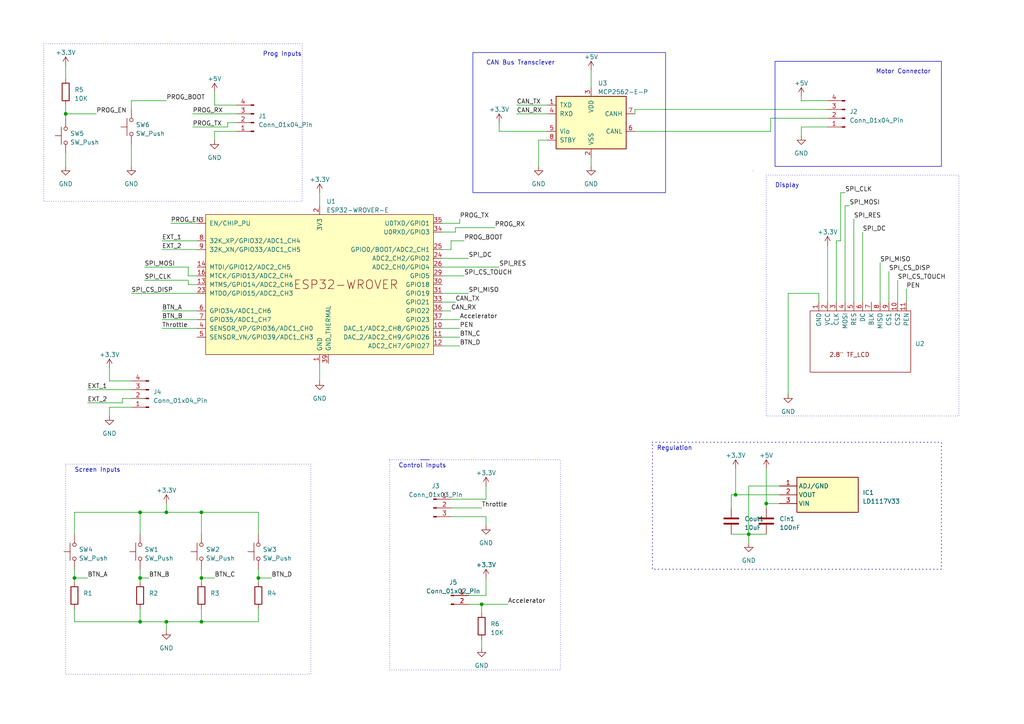
<source format=kicad_sch>
(kicad_sch (version 20230121) (generator eeschema)
  (paper "A4")
  (lib_symbols
    (symbol "Connector:Conn_01x02_Pin" (pin_names (offset 1.016) hide)
      (property "Reference" "J" (at 0 2.54 0))
      (property "Value" "Conn_01x02_Pin" (at 0 -5.08 0))
      (symbol "Conn_01x02_Pin_1_1"
        (polyline (pts (xy 1.27 -2.54) (xy 0.8636 -2.54)) (stroke (width 0.1524)))
        (polyline (pts (xy 1.27 0) (xy 0.8636 0)) (stroke (width 0.1524)))
        (rectangle (start 0.8636 -2.413) (end 0 -2.667) (stroke (width 0.1524)) (fill (type outline)))
        (rectangle (start 0.8636 0.127) (end 0 -0.127) (stroke (width 0.1524)) (fill (type outline)))
        (pin passive line (at 5.08 0 180) (length 3.81) (name "Pin_1") (number "1"))
        (pin passive line (at 5.08 -2.54 180) (length 3.81) (name "Pin_2") (number "2"))
      )
    )
    (symbol "Connector:Conn_01x03_Pin" (pin_names (offset 1.016) hide)
      (property "Reference" "J" (at 0 5.08 0))
      (property "Value" "Conn_01x03_Pin" (at 0 -5.08 0))
      (symbol "Conn_01x03_Pin_1_1"
        (polyline (pts (xy 1.27 -2.54) (xy 0.8636 -2.54)) (stroke (width 0.1524)))
        (polyline (pts (xy 1.27 0) (xy 0.8636 0)) (stroke (width 0.1524)))
        (polyline (pts (xy 1.27 2.54) (xy 0.8636 2.54)) (stroke (width 0.1524)))
        (rectangle (start 0.8636 -2.413) (end 0 -2.667) (stroke (width 0.1524)) (fill (type outline)))
        (rectangle (start 0.8636 0.127) (end 0 -0.127) (stroke (width 0.1524)) (fill (type outline)))
        (rectangle (start 0.8636 2.667) (end 0 2.413) (stroke (width 0.1524)) (fill (type outline)))
        (pin passive line (at 5.08 2.54 180) (length 3.81) (name "Pin_1") (number "1"))
        (pin passive line (at 5.08 0 180) (length 3.81) (name "Pin_2") (number "2"))
        (pin passive line (at 5.08 -2.54 180) (length 3.81) (name "Pin_3") (number "3"))
      )
    )
    (symbol "Connector:Conn_01x04_Pin" (pin_names (offset 1.016) hide)
      (property "Reference" "J" (at 0 5.08 0))
      (property "Value" "Conn_01x04_Pin" (at 0 -7.62 0))
      (symbol "Conn_01x04_Pin_1_1"
        (polyline (pts (xy 1.27 -5.08) (xy 0.8636 -5.08)) (stroke (width 0.1524)))
        (polyline (pts (xy 1.27 -2.54) (xy 0.8636 -2.54)) (stroke (width 0.1524)))
        (polyline (pts (xy 1.27 0) (xy 0.8636 0)) (stroke (width 0.1524)))
        (polyline (pts (xy 1.27 2.54) (xy 0.8636 2.54)) (stroke (width 0.1524)))
        (rectangle (start 0.8636 -4.953) (end 0 -5.207) (stroke (width 0.1524)) (fill (type outline)))
        (rectangle (start 0.8636 -2.413) (end 0 -2.667) (stroke (width 0.1524)) (fill (type outline)))
        (rectangle (start 0.8636 0.127) (end 0 -0.127) (stroke (width 0.1524)) (fill (type outline)))
        (rectangle (start 0.8636 2.667) (end 0 2.413) (stroke (width 0.1524)) (fill (type outline)))
        (pin passive line (at 5.08 2.54 180) (length 3.81) (name "Pin_1") (number "1"))
        (pin passive line (at 5.08 0 180) (length 3.81) (name "Pin_2") (number "2"))
        (pin passive line (at 5.08 -2.54 180) (length 3.81) (name "Pin_3") (number "3"))
        (pin passive line (at 5.08 -5.08 180) (length 3.81) (name "Pin_4") (number "4"))
      )
    )
    (symbol "Device:C" (pin_numbers hide) (pin_names (offset 0.254))
      (property "Reference" "C" (at 0.635 2.54 0))
      (property "Value" "C" (at 0.635 -2.54 0))
      (symbol "C_0_1"
        (polyline (pts (xy -2.032 -0.762) (xy 2.032 -0.762)) (stroke (width 0.508)))
        (polyline (pts (xy -2.032 0.762) (xy 2.032 0.762)) (stroke (width 0.508)))
      )
      (symbol "C_1_1"
        (pin passive line (at 0 3.81 270) (length 2.794) (name "~") (number "1"))
        (pin passive line (at 0 -3.81 90) (length 2.794) (name "~") (number "2"))
      )
    )
    (symbol "Device:R" (pin_numbers hide) (pin_names (offset 0))
      (property "Reference" "R" (at 2.032 0 90))
      (property "Value" "R" (at 0 0 90))
      (symbol "R_0_1"
        (rectangle (start -1.016 -2.54) (end 1.016 2.54) (stroke (width 0.254)))
      )
      (symbol "R_1_1"
        (pin passive line (at 0 3.81 270) (length 1.27) (name "~") (number "1"))
        (pin passive line (at 0 -3.81 90) (length 1.27) (name "~") (number "2"))
      )
    )
    (symbol "Espressif:ESP32-WROVER-E" (pin_names (offset 1.016))
      (property "Reference" "U" (at -30.48 25.4 0))
      (property "Value" "ESP32-WROVER-E" (at -30.48 22.86 0))
      (symbol "ESP32-WROVER-E_0_1"
        (rectangle (start -33.02 20.32) (end 33.02 -20.32) (fill (type background)))
      )
      (symbol "ESP32-WROVER-E_1_1"
        (text "ESP32-­WROVER" (at 7.62 0 0) (effects (font (size 2.54 2.54))))
        (pin power_in line (at 0 -22.86 90) (length 2.54) (name "GND") (number "1"))
        (pin bidirectional line (at 35.56 -12.7 180) (length 2.54) (name "DAC_1/ADC2_CH8/GPIO25") (number "10"))
        (pin bidirectional line (at 35.56 -15.24 180) (length 2.54) (name "DAC_2/ADC2_CH9/GPIO26") (number "11"))
        (pin bidirectional line (at 35.56 -17.78 180) (length 2.54) (name "ADC2_CH7/GPIO27") (number "12"))
        (pin bidirectional line (at -35.56 0 0) (length 2.54) (name "MTMS/GPIO14/ADC2_CH6") (number "13"))
        (pin bidirectional line (at -35.56 5.08 0) (length 2.54) (name "MTDI/GPIO12/ADC2_CH5") (number "14"))
        (pin passive line (at 0 -22.86 90) (length 2.54) hide (name "GND") (number "15"))
        (pin bidirectional line (at -35.56 2.54 0) (length 2.54) (name "MTCK/GPIO13/ADC2_CH4") (number "16"))
        (pin power_in line (at 0 22.86 270) (length 2.54) (name "3V3") (number "2"))
        (pin bidirectional line (at -35.56 -2.54 0) (length 2.54) (name "MTDO/GPIO15/ADC2_CH3") (number "23"))
        (pin bidirectional line (at 35.56 7.62 180) (length 2.54) (name "ADC2_CH2/GPIO2") (number "24"))
        (pin bidirectional line (at 35.56 10.16 180) (length 2.54) (name "GPIO0/BOOT/ADC2_CH1") (number "25"))
        (pin bidirectional line (at 35.56 5.08 180) (length 2.54) (name "ADC2_CH0/GPIO4") (number "26"))
        (pin bidirectional line (at 35.56 2.54 180) (length 2.54) (name "GPIO5") (number "29"))
        (pin input line (at -35.56 17.78 0) (length 2.54) (name "EN/CHIP_PU") (number "3"))
        (pin bidirectional line (at 35.56 0 180) (length 2.54) (name "GPIO18") (number "30"))
        (pin bidirectional line (at 35.56 -2.54 180) (length 2.54) (name "GPIO19") (number "31"))
        (pin bidirectional line (at 35.56 -5.08 180) (length 2.54) (name "GPIO21") (number "33"))
        (pin bidirectional line (at 35.56 15.24 180) (length 2.54) (name "U0RXD/GPIO3") (number "34"))
        (pin bidirectional line (at 35.56 17.78 180) (length 2.54) (name "U0TXD/GPIO1") (number "35"))
        (pin bidirectional line (at 35.56 -7.62 180) (length 2.54) (name "GPIO22") (number "36"))
        (pin bidirectional line (at 35.56 -10.16 180) (length 2.54) (name "GPIO23") (number "37"))
        (pin passive line (at 0 -22.86 90) (length 2.54) hide (name "GND") (number "38"))
        (pin power_in line (at 2.54 -22.86 90) (length 2.54) (name "GND_THERMAL") (number "39"))
        (pin input line (at -35.56 -12.7 0) (length 2.54) (name "SENSOR_VP/GPIO36/ADC1_CH0") (number "4"))
        (pin input line (at -35.56 -15.24 0) (length 2.54) (name "SENSOR_VN/GPIO39/ADC1_CH3") (number "5"))
        (pin input line (at -35.56 -7.62 0) (length 2.54) (name "GPIO34/ADC1_CH6") (number "6"))
        (pin input line (at -35.56 -10.16 0) (length 2.54) (name "GPIO35/ADC1_CH7") (number "7"))
        (pin bidirectional line (at -35.56 12.7 0) (length 2.54) (name "32K_XP/GPIO32/ADC1_CH4") (number "8"))
        (pin bidirectional line (at -35.56 10.16 0) (length 2.54) (name "32K_XN/GPIO33/ADC1_CH5") (number "9"))
      )
    )
    (symbol "ILI9341:ILI9341"
      (property "Reference" "U" (at 6.35 -15.24 0))
      (symbol "ILI9341_0_1"
        (rectangle (start -6.35 3.81) (end 22.86 -13.97))
        (text "2.8\" TF_LCD" (at 5.08 -8.89 0) (effects (font (size 1.27 1.27))))
      )
      (symbol "ILI9341_1_1"
        (pin input line (at -3.81 6.35 270) (length 2.54) (name "GND") (number "1"))
        (pin input line (at 19.05 6.35 270) (length 2.54) (name "CS2") (number "10"))
        (pin input line (at 21.59 6.35 270) (length 2.54) (name "PEN") (number "11"))
        (pin input line (at -1.27 6.35 270) (length 2.54) (name "VCC") (number "2"))
        (pin input line (at 1.27 6.35 270) (length 2.54) (name "CLK") (number "3"))
        (pin input line (at 3.81 6.35 270) (length 2.54) (name "MOSI") (number "4"))
        (pin input line (at 6.35 6.35 270) (length 2.54) (name "RES") (number "5"))
        (pin input line (at 8.89 6.35 270) (length 2.54) (name "DC") (number "6"))
        (pin input line (at 11.43 6.35 270) (length 2.54) (name "BLK") (number "7"))
        (pin input line (at 13.97 6.35 270) (length 2.54) (name "MISO") (number "8"))
        (pin input line (at 16.51 6.35 270) (length 2.54) (name "CS1") (number "9"))
      )
    )
    (symbol "Interface_CAN_LIN:MCP2562-E-P" (pin_names (offset 1.016))
      (property "Reference" "U" (at -10.16 8.89 0))
      (property "Value" "MCP2562-E-P" (at 2.54 8.89 0))
      (symbol "MCP2562-E-P_0_1"
        (rectangle (start -10.16 7.62) (end 10.16 -7.62) (stroke (width 0.254)) (fill (type background)))
      )
      (symbol "MCP2562-E-P_1_1"
        (pin input line (at -12.7 5.08 0) (length 2.54) (name "TXD") (number "1"))
        (pin power_in line (at 0 -10.16 90) (length 2.54) (name "VSS") (number "2"))
        (pin power_in line (at 0 10.16 270) (length 2.54) (name "VDD") (number "3"))
        (pin output line (at -12.7 2.54 0) (length 2.54) (name "RXD") (number "4"))
        (pin power_in line (at -12.7 -2.54 0) (length 2.54) (name "Vio") (number "5"))
        (pin bidirectional line (at 12.7 -2.54 180) (length 2.54) (name "CANL") (number "6"))
        (pin bidirectional line (at 12.7 2.54 180) (length 2.54) (name "CANH") (number "7"))
        (pin input line (at -12.7 -5.08 0) (length 2.54) (name "STBY") (number "8"))
      )
    )
    (symbol "SamacSys_Parts:LD1117V33"
      (property "Reference" "IC" (at 24.13 7.62 0))
      (property "Value" "LD1117V33" (at 24.13 5.08 0))
      (symbol "LD1117V33_1_1"
        (rectangle (start 5.08 2.54) (end 22.86 -7.62) (stroke (width 0.254)) (fill (type background)))
        (pin passive line (at 0 0 0) (length 5.08) (name "ADJ/GND") (number "1"))
        (pin passive line (at 0 -2.54 0) (length 5.08) (name "VOUT") (number "2"))
        (pin passive line (at 0 -5.08 0) (length 5.08) (name "VIN") (number "3"))
      )
    )
    (symbol "Switch:SW_Push" (pin_numbers hide) (pin_names (offset 1.016) hide)
      (property "Reference" "SW" (at 1.27 2.54 0))
      (property "Value" "SW_Push" (at 0 -1.524 0))
      (symbol "SW_Push_0_1"
        (circle (center -2.032 0) (radius 0.508))
        (polyline (pts (xy 0 1.27) (xy 0 3.048)))
        (polyline (pts (xy 2.54 1.27) (xy -2.54 1.27)))
        (circle (center 2.032 0) (radius 0.508))
        (pin passive line (at -5.08 0 0) (length 2.54) (name "1") (number "1"))
        (pin passive line (at 5.08 0 180) (length 2.54) (name "2") (number "2"))
      )
    )
    (symbol "power:+3.3V" (power) (pin_names (offset 0))
      (property "Value" "+3.3V" (at 0 3.556 0))
      (symbol "+3.3V_0_1"
        (polyline (pts (xy -0.762 1.27) (xy 0 2.54)))
        (polyline (pts (xy 0 0) (xy 0 2.54)))
        (polyline (pts (xy 0 2.54) (xy 0.762 1.27)))
      )
      (symbol "+3.3V_1_1"
        (pin power_in line (at 0 0 90) (length 0) hide (name "+3.3V") (number "1"))
      )
    )
    (symbol "power:+5V" (power) (pin_names (offset 0))
      (property "Value" "+5V" (at 0 3.556 0))
      (symbol "+5V_0_1"
        (polyline (pts (xy -0.762 1.27) (xy 0 2.54)))
        (polyline (pts (xy 0 0) (xy 0 2.54)))
        (polyline (pts (xy 0 2.54) (xy 0.762 1.27)))
      )
      (symbol "+5V_1_1"
        (pin power_in line (at 0 0 90) (length 0) hide (name "+5V") (number "1"))
      )
    )
    (symbol "power:GND" (power) (pin_names (offset 0))
      (property "Value" "GND" (at 0 -3.81 0))
      (symbol "GND_0_1"
        (polyline (pts (xy 0 0) (xy 0 -1.27) (xy 1.27 -1.27) (xy 0 -2.54) (xy -1.27 -1.27) (xy 0 -1.27)))
      )
      (symbol "GND_1_1"
        (pin power_in line (at 0 0 270) (length 0) hide (name "GND") (number "1"))
      )
    )
  )
  (junction (at 213.36 143.51))
  (junction (at 21.59 167.64))
  (junction (at 58.42 167.64))
  (junction (at 48.26 180.34))
  (junction (at 40.64 167.64))
  (junction (at 19.05 33.02))
  (junction (at 222.25 146.05))
  (junction (at 58.42 148.59))
  (junction (at 74.93 167.64))
  (junction (at 217.17 154.94))
  (junction (at 40.64 148.59))
  (junction (at 48.26 148.59))
  (junction (at 58.42 180.34))
  (junction (at 40.64 180.34))
  (junction (at 139.7 175.26))
  (wire (pts (xy 40.64 148.59) (xy 21.59 148.59)))
  (wire (pts (xy 130.81 69.85) (xy 130.81 72.39)))
  (wire (pts (xy 213.36 143.51) (xy 212.09 143.51)))
  (wire (pts (xy 243.84 69.85) (xy 243.84 55.88)))
  (wire (pts (xy 226.06 143.51) (xy 213.36 143.51)))
  (wire (pts (xy 240.03 71.12) (xy 240.03 87.63)))
  (wire (pts (xy 132.08 66.04) (xy 143.51 66.04)))
  (wire (pts (xy 48.26 148.59) (xy 40.64 148.59)))
  (wire (pts (xy 140.97 167.64) (xy 140.97 172.72)))
  (wire (pts (xy 217.17 154.94) (xy 217.17 157.48)))
  (wire (pts (xy 245.11 87.63) (xy 245.11 59.69)))
  (wire (pts (xy 92.71 105.41) (xy 92.71 110.49)))
  (wire (pts (xy 128.27 64.77) (xy 133.35 64.77)))
  (wire (pts (xy 140.97 152.4) (xy 140.97 149.86)))
  (wire (pts (xy 128.27 77.47) (xy 144.78 77.47)))
  (wire (pts (xy 21.59 180.34) (xy 21.59 176.53)))
  (wire (pts (xy 38.1 41.91) (xy 38.1 48.26)))
  (wire (pts (xy 149.86 33.02) (xy 158.75 33.02)))
  (wire (pts (xy 184.15 31.75) (xy 184.15 33.02)))
  (wire (pts (xy 74.93 167.64) (xy 78.74 167.64)))
  (wire (pts (xy 223.52 38.1) (xy 223.52 34.29)))
  (wire (pts (xy 48.26 180.34) (xy 48.26 182.88)))
  (wire (pts (xy 31.75 106.68) (xy 31.75 110.49)))
  (wire (pts (xy 31.75 110.49) (xy 38.1 110.49)))
  (wire (pts (xy 38.1 29.21) (xy 48.26 29.21)))
  (wire (pts (xy 62.23 26.67) (xy 62.23 30.48)))
  (wire (pts (xy 128.27 85.09) (xy 135.89 85.09)))
  (wire (pts (xy 19.05 44.45) (xy 19.05 48.26)))
  (wire (pts (xy 38.1 85.09) (xy 57.15 85.09)))
  (wire (pts (xy 262.89 83.82) (xy 262.89 87.63)))
  (wire (pts (xy 58.42 167.64) (xy 58.42 168.91)))
  (wire (pts (xy 247.65 63.5) (xy 247.65 87.63)))
  (wire (pts (xy 184.15 38.1) (xy 223.52 38.1)))
  (wire (pts (xy 68.58 35.56) (xy 66.04 35.56)))
  (wire (pts (xy 130.81 147.32) (xy 139.7 147.32)))
  (wire (pts (xy 48.26 146.05) (xy 48.26 148.59)))
  (wire (pts (xy 40.64 180.34) (xy 21.59 180.34)))
  (wire (pts (xy 48.26 148.59) (xy 58.42 148.59)))
  (wire (pts (xy 228.6 85.09) (xy 228.6 114.3)))
  (wire (pts (xy 217.17 140.97) (xy 217.17 154.94)))
  (wire (pts (xy 139.7 175.26) (xy 147.32 175.26)))
  (wire (pts (xy 240.03 31.75) (xy 184.15 31.75)))
  (wire (pts (xy 58.42 148.59) (xy 74.93 148.59)))
  (wire (pts (xy 40.64 167.64) (xy 43.18 167.64)))
  (wire (pts (xy 74.93 180.34) (xy 58.42 180.34)))
  (wire (pts (xy 139.7 175.26) (xy 139.7 177.8)))
  (wire (pts (xy 226.06 140.97) (xy 217.17 140.97)))
  (wire (pts (xy 21.59 167.64) (xy 25.4 167.64)))
  (wire (pts (xy 38.1 115.57) (xy 35.56 115.57)))
  (wire (pts (xy 242.57 69.85) (xy 243.84 69.85)))
  (wire (pts (xy 128.27 72.39) (xy 130.81 72.39)))
  (wire (pts (xy 128.27 97.79) (xy 133.35 97.79)))
  (wire (pts (xy 243.84 55.88) (xy 245.11 55.88)))
  (wire (pts (xy 132.08 67.31) (xy 132.08 66.04)))
  (wire (pts (xy 54.61 81.28) (xy 54.61 82.55)))
  (wire (pts (xy 133.35 64.77) (xy 133.35 63.5)))
  (wire (pts (xy 54.61 80.01) (xy 57.15 80.01)))
  (wire (pts (xy 260.35 81.28) (xy 260.35 87.63)))
  (wire (pts (xy 232.41 39.37) (xy 232.41 36.83)))
  (wire (pts (xy 255.27 76.2) (xy 255.27 87.63)))
  (wire (pts (xy 38.1 29.21) (xy 38.1 31.75)))
  (wire (pts (xy 62.23 38.1) (xy 68.58 38.1)))
  (wire (pts (xy 27.94 33.02) (xy 19.05 33.02)))
  (wire (pts (xy 31.75 120.65) (xy 31.75 118.11)))
  (wire (pts (xy 40.64 148.59) (xy 40.64 154.94)))
  (wire (pts (xy 55.88 33.02) (xy 68.58 33.02)))
  (wire (pts (xy 31.75 118.11) (xy 38.1 118.11)))
  (wire (pts (xy 144.78 35.56) (xy 144.78 38.1)))
  (wire (pts (xy 46.99 95.25) (xy 57.15 95.25)))
  (wire (pts (xy 222.25 146.05) (xy 226.06 146.05)))
  (wire (pts (xy 40.64 176.53) (xy 40.64 180.34)))
  (wire (pts (xy 55.88 36.83) (xy 66.04 36.83)))
  (wire (pts (xy 130.81 144.78) (xy 140.97 144.78)))
  (wire (pts (xy 156.21 40.64) (xy 158.75 40.64)))
  (wire (pts (xy 245.11 59.69) (xy 246.38 59.69)))
  (wire (pts (xy 62.23 30.48) (xy 68.58 30.48)))
  (wire (pts (xy 21.59 148.59) (xy 21.59 154.94)))
  (wire (pts (xy 222.25 147.32) (xy 222.25 146.05)))
  (wire (pts (xy 171.45 45.72) (xy 171.45 48.26)))
  (wire (pts (xy 149.86 30.48) (xy 158.75 30.48)))
  (wire (pts (xy 222.25 135.89) (xy 222.25 146.05)))
  (wire (pts (xy 242.57 87.63) (xy 242.57 69.85)))
  (wire (pts (xy 140.97 144.78) (xy 140.97 140.97)))
  (wire (pts (xy 40.64 165.1) (xy 40.64 167.64)))
  (wire (pts (xy 74.93 167.64) (xy 74.93 168.91)))
  (wire (pts (xy 48.26 180.34) (xy 40.64 180.34)))
  (wire (pts (xy 156.21 48.26) (xy 156.21 40.64)))
  (wire (pts (xy 144.78 38.1) (xy 158.75 38.1)))
  (wire (pts (xy 171.45 20.32) (xy 171.45 25.4)))
  (wire (pts (xy 232.41 29.21) (xy 240.03 29.21)))
  (wire (pts (xy 54.61 77.47) (xy 54.61 80.01)))
  (wire (pts (xy 223.52 34.29) (xy 240.03 34.29)))
  (wire (pts (xy 46.99 92.71) (xy 57.15 92.71)))
  (wire (pts (xy 49.53 64.77) (xy 57.15 64.77)))
  (wire (pts (xy 128.27 92.71) (xy 133.35 92.71)))
  (wire (pts (xy 232.41 36.83) (xy 240.03 36.83)))
  (wire (pts (xy 92.71 55.88) (xy 92.71 59.69)))
  (wire (pts (xy 212.09 143.51) (xy 212.09 147.32)))
  (wire (pts (xy 41.91 81.28) (xy 54.61 81.28)))
  (wire (pts (xy 46.99 72.39) (xy 57.15 72.39)))
  (wire (pts (xy 21.59 167.64) (xy 21.59 168.91)))
  (wire (pts (xy 74.93 165.1) (xy 74.93 167.64)))
  (wire (pts (xy 25.4 113.03) (xy 38.1 113.03)))
  (wire (pts (xy 139.7 185.42) (xy 139.7 187.96)))
  (wire (pts (xy 19.05 30.48) (xy 19.05 33.02)))
  (wire (pts (xy 217.17 154.94) (xy 222.25 154.94)))
  (wire (pts (xy 237.49 85.09) (xy 228.6 85.09)))
  (wire (pts (xy 58.42 167.64) (xy 62.23 167.64)))
  (wire (pts (xy 237.49 87.63) (xy 237.49 85.09)))
  (wire (pts (xy 74.93 176.53) (xy 74.93 180.34)))
  (wire (pts (xy 40.64 167.64) (xy 40.64 168.91)))
  (wire (pts (xy 54.61 82.55) (xy 57.15 82.55)))
  (wire (pts (xy 58.42 165.1) (xy 58.42 167.64)))
  (wire (pts (xy 128.27 100.33) (xy 133.35 100.33)))
  (wire (pts (xy 46.99 90.17) (xy 57.15 90.17)))
  (wire (pts (xy 128.27 80.01) (xy 134.62 80.01)))
  (wire (pts (xy 46.99 69.85) (xy 57.15 69.85)))
  (wire (pts (xy 128.27 95.25) (xy 133.35 95.25)))
  (wire (pts (xy 212.09 154.94) (xy 217.17 154.94)))
  (wire (pts (xy 134.62 69.85) (xy 130.81 69.85)))
  (wire (pts (xy 232.41 27.94) (xy 232.41 29.21)))
  (wire (pts (xy 213.36 135.89) (xy 213.36 143.51)))
  (wire (pts (xy 140.97 149.86) (xy 130.81 149.86)))
  (wire (pts (xy 250.19 67.31) (xy 250.19 87.63)))
  (wire (pts (xy 128.27 67.31) (xy 132.08 67.31)))
  (wire (pts (xy 135.89 175.26) (xy 139.7 175.26)))
  (wire (pts (xy 58.42 176.53) (xy 58.42 180.34)))
  (wire (pts (xy 21.59 165.1) (xy 21.59 167.64)))
  (wire (pts (xy 25.4 116.84) (xy 35.56 116.84)))
  (wire (pts (xy 128.27 90.17) (xy 130.81 90.17)))
  (wire (pts (xy 128.27 87.63) (xy 132.08 87.63)))
  (wire (pts (xy 19.05 19.05) (xy 19.05 22.86)))
  (wire (pts (xy 74.93 154.94) (xy 74.93 148.59)))
  (wire (pts (xy 140.97 172.72) (xy 135.89 172.72)))
  (wire (pts (xy 58.42 180.34) (xy 48.26 180.34)))
  (wire (pts (xy 62.23 40.64) (xy 62.23 38.1)))
  (wire (pts (xy 257.81 78.74) (xy 257.81 87.63)))
  (wire (pts (xy 41.91 77.47) (xy 54.61 77.47)))
  (wire (pts (xy 66.04 35.56) (xy 66.04 36.83)))
  (wire (pts (xy 19.05 33.02) (xy 19.05 34.29)))
  (wire (pts (xy 128.27 74.93) (xy 135.89 74.93)))
  (wire (pts (xy 58.42 154.94) (xy 58.42 148.59)))
  (wire (pts (xy 35.56 115.57) (xy 35.56 116.84)))
  (rectangle (start 12.7 12.7) (end 87.63 58.42) (stroke (width 0) (type dot)))
  (rectangle (start 121.92 133.35) (end 124.46 133.35))
  (rectangle (start 137.16 15.24) (end 193.04 55.88))
  (rectangle (start 222.25 50.8) (end 278.13 120.65) (stroke (width 0) (type dot)))
  (rectangle (start 218.44 49.53) (end 218.44 49.53))
  (rectangle (start 19.05 134.62) (end 90.17 195.58) (stroke (width 0) (type dot)))
  (rectangle (start 224.79 17.78) (end 273.05 48.26))
  (rectangle (start 113.03 133.35) (end 162.56 194.31) (stroke (width 0) (type dot)))
  (rectangle (start 189.23 128.27) (end 273.05 165.1) (stroke (width 0.25) (type dot)))
  (text "Motor Connector\n" (at 254 21.59 0) (effects (font (size 1.27 1.27)) (justify left bottom)))
  (text "Regulation\n" (at 190.5 130.81 0) (effects (font (size 1.27 1.27)) (justify left bottom)))
  (text "Control Inputs\n" (at 115.57 135.89 0) (effects (font (size 1.27 1.27)) (justify left bottom)))
  (text "Screen Inputs\n" (at 21.59 137.16 0) (effects (font (size 1.27 1.27)) (justify left bottom)))
  (text "Prog Inputs\n" (at 76.2 16.51 0) (effects (font (size 1.27 1.27)) (justify left bottom)))
  (text "Display\n" (at 224.79 54.61 0) (effects (font (size 1.27 1.27)) (justify left bottom)))
  (text "CAN Bus Transciever\n" (at 140.97 19.05 0) (effects (font (size 1.27 1.27)) (justify left bottom)))
  (label "BTN_D" (at 78.74 167.64 0))
  (label "PROG_BOOT" (at 134.62 69.85 0))
  (label "SPI_RES" (at 247.65 63.5 0))
  (label "EXT_1" (at 25.4 113.03 0))
  (label "SPI_CS_TOUCH" (at 134.62 80.01 0))
  (label "EXT_2" (at 25.4 116.84 0))
  (label "PROG_RX" (at 55.88 33.02 0))
  (label "PROG_RX" (at 143.51 66.04 0))
  (label "SPI_RES" (at 144.78 77.47 0))
  (label "BTN_A" (at 25.4 167.64 0))
  (label "PROG_TX" (at 55.88 36.83 0))
  (label "PEN" (at 262.89 83.82 0))
  (label "BTN_B" (at 46.99 92.71 0))
  (label "SPI_DC" (at 250.19 67.31 0))
  (label "EXT_1" (at 46.99 69.85 0))
  (label "SPI_CLK" (at 41.91 81.28 0))
  (label "SPI_CS_DISP" (at 257.81 78.74 0))
  (label "Throttle" (at 139.7 147.32 0))
  (label "PROG_EN" (at 49.53 64.77 0))
  (label "Throttle" (at 46.99 95.25 0))
  (label "SPI_MISO" (at 255.27 76.2 0))
  (label "BTN_D" (at 133.35 100.33 0))
  (label "SPI_CLK" (at 245.11 55.88 0))
  (label "CAN_TX" (at 132.08 87.63 0))
  (label "EXT_2" (at 46.99 72.39 0))
  (label "SPI_CS_TOUCH" (at 260.35 81.28 0))
  (label "PEN" (at 133.35 95.25 0))
  (label "CAN_TX" (at 149.86 30.48 0))
  (label "BTN_B" (at 43.18 167.64 0))
  (label "PROG_TX" (at 133.35 63.5 0))
  (label "PROG_BOOT" (at 48.26 29.21 0))
  (label "PROG_EN" (at 27.94 33.02 0))
  (label "BTN_A" (at 46.99 90.17 0))
  (label "CAN_RX" (at 149.86 33.02 0))
  (label "SPI_MOSI" (at 246.38 59.69 0))
  (label "SPI_DC" (at 135.89 74.93 0))
  (label "BTN_C" (at 133.35 97.79 0))
  (label "Accelerator" (at 147.32 175.26 0))
  (label "SPI_CS_DISP" (at 38.1 85.09 0))
  (label "CAN_RX" (at 130.81 90.17 0))
  (label "Accelerator" (at 133.35 92.71 0))
  (label "SPI_MISO" (at 135.89 85.09 0))
  (label "SPI_MOSI" (at 41.91 77.47 0))
  (label "BTN_C" (at 62.23 167.64 0))
  (symbol (lib_id "Switch:SW_Push") (at 21.59 160.02 90) (unit 1)
    (property "Reference" "SW4" (at 22.86 159.385 90) (effects (justify right)))
    (property "Value" "SW_Push" (at 22.86 161.925 90) (effects (justify right)))
    (property "Footprint" "Button_Switch_THT:SW_PUSH_6mm_H5mm" (effects hide))
  )
  (symbol (lib_id "Switch:SW_Push") (at 58.42 160.02 90) (unit 1)
    (property "Reference" "SW2" (at 59.69 159.385 90) (effects (justify right)))
    (property "Value" "SW_Push" (at 59.69 161.925 90) (effects (justify right)))
    (property "Footprint" "Button_Switch_THT:SW_PUSH_6mm_H5mm" (effects hide))
  )
  (symbol (lib_id "Device:C") (at 222.25 151.13 0) (unit 1)
    (property "Reference" "Cin1" (at 226.06 150.495 0) (effects (justify left)))
    (property "Value" "100nF" (at 226.06 153.035 0) (effects (justify left)))
    (property "Footprint" "Capacitor_THT:C_Rect_L7.0mm_W3.5mm_P5.00mm" (effects hide))
  )
  (symbol (lib_id "Switch:SW_Push") (at 74.93 160.02 90) (unit 1)
    (property "Reference" "SW3" (at 76.2 159.385 90) (effects (justify right)))
    (property "Value" "SW_Push" (at 76.2 161.925 90) (effects (justify right)))
    (property "Footprint" "Button_Switch_THT:SW_PUSH_6mm_H5mm" (effects hide))
  )
  (symbol (lib_id "Espressif:ESP32-WROVER-E") (at 92.71 82.55 0) (unit 1)
    (property "Reference" "U1" (at 94.6659 58.42 0) (effects (justify left)))
    (property "Value" "ESP32-WROVER-E" (at 94.6659 60.96 0) (effects (justify left)))
    (property "Footprint" "Espressif:ESP32-WROVER-E" (effects hide))
    (property "Datasheet" "https://www.espressif.com/sites/default/files/documentation/esp32-wrover-e_esp32-wrover-ie_datasheet_en.pdf" (effects hide))
  )
  (symbol (lib_id "power:GND") (at 156.21 48.26 0) (unit 1)
    (property "Reference" "#PWR016" (effects hide))
    (property "Value" "GND" (at 156.21 53.34 0))
  )
  (symbol (lib_id "SamacSys_Parts:LD1117V33") (at 226.06 140.97 0) (unit 1)
    (property "Reference" "IC1" (at 250.19 142.875 0) (effects (justify left)))
    (property "Value" "LD1117V33" (at 250.19 145.415 0) (effects (justify left)))
    (property "Footprint" "SamacSys_Parts:TO255P460X1020X2008-3P" (effects hide))
    (property "Datasheet" "http://uk.rs-online.com/web/p/products/4384885P" (effects hide))
    (property "Height" "4.6" (effects hide))
    (property "RS Part Number" "4384885P" (effects hide))
    (property "RS Price/Stock" "http://uk.rs-online.com/web/p/products/4384885P" (effects hide))
    (property "Manufacturer_Name" "STMicroelectronics" (effects hide))
    (property "Manufacturer_Part_Number" "LD1117V33" (effects hide))
    (property "Allied_Number" "70390206" (effects hide))
  )
  (symbol (lib_id "Switch:SW_Push") (at 19.05 39.37 90) (unit 1)
    (property "Reference" "SW5" (at 20.32 38.735 90) (effects (justify right)))
    (property "Value" "SW_Push" (at 20.32 41.275 90) (effects (justify right)))
    (property "Footprint" "Button_Switch_THT:SW_PUSH_6mm_H5mm" (effects hide))
  )
  (symbol (lib_id "power:+3.3V") (at 213.36 135.89 0) (unit 1)
    (property "Reference" "#PWR05" (effects hide))
    (property "Value" "+3.3V" (at 213.36 132.08 0))
  )
  (symbol (lib_id "power:+3.3V") (at 140.97 140.97 0) (unit 1)
    (property "Reference" "#PWR021" (effects hide))
    (property "Value" "+3.3V" (at 140.97 137.16 0))
  )
  (symbol (lib_id "Connector:Conn_01x04_Pin") (at 43.18 115.57 180) (unit 1)
    (property "Reference" "J4" (at 44.45 113.665 0) (effects (justify right)))
    (property "Value" "Conn_01x04_Pin" (at 44.45 116.205 0) (effects (justify right)))
    (property "Footprint" "Connector_PinHeader_2.54mm:PinHeader_1x04_P2.54mm_Horizontal" (effects hide))
  )
  (symbol (lib_id "power:+3.3V") (at 240.03 71.12 0) (unit 1)
    (property "Reference" "#PWR02" (effects hide))
    (property "Value" "+3.3V" (at 240.03 67.31 0))
  )
  (symbol (lib_id "power:GND") (at 62.23 40.64 0) (unit 1)
    (property "Reference" "#PWR017" (effects hide))
    (property "Value" "GND" (at 62.23 45.72 0))
  )
  (symbol (lib_id "power:+3.3V") (at 48.26 146.05 0) (unit 1)
    (property "Reference" "#PWR03" (effects hide))
    (property "Value" "+3.3V" (at 48.26 142.24 0))
  )
  (symbol (lib_id "Device:C") (at 212.09 151.13 0) (unit 1)
    (property "Reference" "Cout1" (at 215.9 150.495 0) (effects (justify left)))
    (property "Value" "10uF" (at 215.9 153.035 0) (effects (justify left)))
    (property "Footprint" "Capacitor_THT:CP_Radial_D5.0mm_P2.00mm" (effects hide))
  )
  (symbol (lib_id "Device:R") (at 58.42 172.72 0) (unit 1)
    (property "Reference" "R3" (at 60.96 172.085 0) (effects (justify left)))
    (property "Value" "10K" (effects hide))
    (property "Footprint" "Resistor_THT:R_Axial_DIN0207_L6.3mm_D2.5mm_P7.62mm_Horizontal" (effects hide))
  )
  (symbol (lib_id "power:GND") (at 38.1 48.26 0) (unit 1)
    (property "Reference" "#PWR014" (effects hide))
    (property "Value" "GND" (at 38.1 53.34 0))
  )
  (symbol (lib_id "power:+3.3V") (at 31.75 106.68 0) (unit 1)
    (property "Reference" "#PWR025" (effects hide))
    (property "Value" "+3.3V" (at 31.75 102.87 0))
  )
  (symbol (lib_id "power:GND") (at 217.17 157.48 0) (unit 1)
    (property "Reference" "#PWR06" (effects hide))
    (property "Value" "GND" (at 217.17 162.56 0))
  )
  (symbol (lib_id "Device:R") (at 21.59 172.72 0) (unit 1)
    (property "Reference" "R1" (at 24.13 172.085 0) (effects (justify left)))
    (property "Value" "10K" (effects hide))
    (property "Footprint" "Resistor_THT:R_Axial_DIN0207_L6.3mm_D2.5mm_P7.62mm_Horizontal" (effects hide))
  )
  (symbol (lib_id "power:+5V") (at 232.41 27.94 0) (unit 1)
    (property "Reference" "#PWR020" (effects hide))
    (property "Value" "+5V" (at 232.41 24.13 0))
  )
  (symbol (lib_id "power:+3.3V") (at 140.97 167.64 0) (unit 1)
    (property "Reference" "#PWR024" (effects hide))
    (property "Value" "+3.3V" (at 140.97 163.83 0))
  )
  (symbol (lib_id "Device:R") (at 139.7 181.61 0) (unit 1)
    (property "Reference" "R6" (at 142.24 180.975 0) (effects (justify left)))
    (property "Value" "10K" (at 142.24 183.515 0) (effects (justify left)))
    (property "Footprint" "Resistor_THT:R_Axial_DIN0207_L6.3mm_D2.5mm_P7.62mm_Horizontal" (effects hide))
  )
  (symbol (lib_id "Switch:SW_Push") (at 40.64 160.02 90) (unit 1)
    (property "Reference" "SW1" (at 41.91 159.385 90) (effects (justify right)))
    (property "Value" "SW_Push" (at 41.91 161.925 90) (effects (justify right)))
    (property "Footprint" "Button_Switch_THT:SW_PUSH_6mm_H5mm" (effects hide))
  )
  (symbol (lib_id "Device:R") (at 40.64 172.72 0) (unit 1)
    (property "Reference" "R2" (at 43.18 172.085 0) (effects (justify left)))
    (property "Value" "10K" (effects hide))
    (property "Footprint" "Resistor_THT:R_Axial_DIN0207_L6.3mm_D2.5mm_P7.62mm_Horizontal" (effects hide))
  )
  (symbol (lib_id "Connector:Conn_01x02_Pin") (at 130.81 172.72 0) (unit 1)
    (property "Reference" "J5" (at 131.445 168.91 0))
    (property "Value" "Conn_01x02_Pin" (at 131.445 171.45 0))
    (property "Footprint" "Connector_PinHeader_2.54mm:PinHeader_1x02_P2.54mm_Horizontal" (effects hide))
  )
  (symbol (lib_id "ILI9341:ILI9341") (at 241.3 93.98 0) (unit 1)
    (property "Reference" "U2" (at 265.43 99.695 0) (effects (justify left)))
    (property "Value" "~" (at 241.3 93.98 0))
    (property "Footprint" "ILI9341:ILI9341" (effects hide))
  )
  (symbol (lib_id "Device:R") (at 74.93 172.72 0) (unit 1)
    (property "Reference" "R4" (at 77.47 172.085 0) (effects (justify left)))
    (property "Value" "10K" (effects hide))
    (property "Footprint" "Resistor_THT:R_Axial_DIN0207_L6.3mm_D2.5mm_P7.62mm_Horizontal" (effects hide))
  )
  (symbol (lib_id "power:+5V") (at 171.45 20.32 0) (unit 1)
    (property "Reference" "#PWR09" (effects hide))
    (property "Value" "+5V" (at 171.45 16.51 0))
  )
  (symbol (lib_id "Device:R") (at 19.05 26.67 0) (unit 1)
    (property "Reference" "R5" (at 21.59 26.035 0) (effects (justify left)))
    (property "Value" "10K" (at 21.59 28.575 0) (effects (justify left)))
    (property "Footprint" "Resistor_THT:R_Axial_DIN0207_L6.3mm_D2.5mm_P7.62mm_Horizontal" (effects hide))
  )
  (symbol (lib_id "power:+3.3V") (at 19.05 19.05 0) (unit 1)
    (property "Reference" "#PWR013" (effects hide))
    (property "Value" "+3.3V" (at 19.05 15.24 0))
  )
  (symbol (lib_id "power:GND") (at 171.45 48.26 0) (unit 1)
    (property "Reference" "#PWR010" (effects hide))
    (property "Value" "GND" (at 171.45 53.34 0))
  )
  (symbol (lib_id "power:+5V") (at 222.25 135.89 0) (unit 1)
    (property "Reference" "#PWR07" (effects hide))
    (property "Value" "+5V" (at 222.25 132.08 0))
  )
  (symbol (lib_id "power:+3.3V") (at 92.71 55.88 0) (unit 1)
    (property "Reference" "#PWR015" (effects hide))
    (property "Value" "+3.3V" (at 92.71 52.07 0))
  )
  (symbol (lib_id "Switch:SW_Push") (at 38.1 36.83 90) (unit 1)
    (property "Reference" "SW6" (at 39.37 36.195 90) (effects (justify right)))
    (property "Value" "SW_Push" (at 39.37 38.735 90) (effects (justify right)))
    (property "Footprint" "Button_Switch_THT:SW_PUSH_6mm_H5mm" (effects hide))
  )
  (symbol (lib_id "Connector:Conn_01x03_Pin") (at 125.73 147.32 0) (unit 1)
    (property "Reference" "J3" (at 126.365 140.97 0))
    (property "Value" "Conn_01x03_Pin" (at 126.365 143.51 0))
    (property "Footprint" "Connector_PinHeader_2.54mm:PinHeader_1x03_P2.54mm_Horizontal" (effects hide))
  )
  (symbol (lib_id "power:+5V") (at 62.23 26.67 0) (unit 1)
    (property "Reference" "#PWR018" (effects hide))
    (property "Value" "+5V" (at 62.23 22.86 0))
  )
  (symbol (lib_id "Connector:Conn_01x04_Pin") (at 245.11 34.29 180) (unit 1)
    (property "Reference" "J2" (at 246.38 32.385 0) (effects (justify right)))
    (property "Value" "Conn_01x04_Pin" (at 246.38 34.925 0) (effects (justify right)))
    (property "Footprint" "Connector_PinHeader_2.54mm:PinHeader_1x04_P2.54mm_Horizontal" (effects hide))
  )
  (symbol (lib_id "Connector:Conn_01x04_Pin") (at 73.66 35.56 180) (unit 1)
    (property "Reference" "J1" (at 74.93 33.655 0) (effects (justify right)))
    (property "Value" "Conn_01x04_Pin" (at 74.93 36.195 0) (effects (justify right)))
    (property "Footprint" "Connector_PinHeader_2.54mm:PinHeader_1x04_P2.54mm_Horizontal" (effects hide))
  )
  (symbol (lib_id "power:GND") (at 139.7 187.96 0) (unit 1)
    (property "Reference" "#PWR023" (effects hide))
    (property "Value" "GND" (at 139.7 193.04 0))
  )
  (symbol (lib_id "power:GND") (at 232.41 39.37 0) (unit 1)
    (property "Reference" "#PWR019" (effects hide))
    (property "Value" "GND" (at 232.41 44.45 0))
  )
  (symbol (lib_id "power:GND") (at 228.6 114.3 0) (unit 1)
    (property "Reference" "#PWR01" (effects hide))
    (property "Value" "GND" (at 228.6 119.38 0))
  )
  (symbol (lib_id "power:GND") (at 19.05 48.26 0) (unit 1)
    (property "Reference" "#PWR012" (effects hide))
    (property "Value" "GND" (at 19.05 53.34 0))
  )
  (symbol (lib_id "power:GND") (at 140.97 152.4 0) (unit 1)
    (property "Reference" "#PWR022" (effects hide))
    (property "Value" "GND" (at 140.97 157.48 0))
  )
  (symbol (lib_id "power:GND") (at 48.26 182.88 0) (unit 1)
    (property "Reference" "#PWR04" (effects hide))
    (property "Value" "GND" (at 48.26 187.96 0))
  )
  (symbol (lib_id "power:+3.3V") (at 144.78 35.56 0) (unit 1)
    (property "Reference" "#PWR011" (effects hide))
    (property "Value" "+3.3V" (at 144.78 31.75 0))
  )
  (symbol (lib_id "Interface_CAN_LIN:MCP2562-E-P") (at 171.45 35.56 0) (unit 1)
    (property "Reference" "U3" (at 173.4059 24.13 0) (effects (justify left)))
    (property "Value" "MCP2562-E-P" (at 173.4059 26.67 0) (effects (justify left)))
    (property "Footprint" "Package_DIP:DIP-8_W7.62mm" (effects hide))
    (property "Datasheet" "http://ww1.microchip.com/downloads/en/DeviceDoc/25167A.pdf" (effects hide))
  )
  (symbol (lib_id "power:GND") (at 92.71 110.49 0) (unit 1)
    (property "Reference" "#PWR08" (effects hide))
    (property "Value" "GND" (at 92.71 115.57 0))
  )
  (symbol (lib_id "power:GND") (at 31.75 120.65 0) (unit 1)
    (property "Reference" "#PWR026" (effects hide))
    (property "Value" "GND" (at 31.75 125.73 0))
  )
)
</source>
